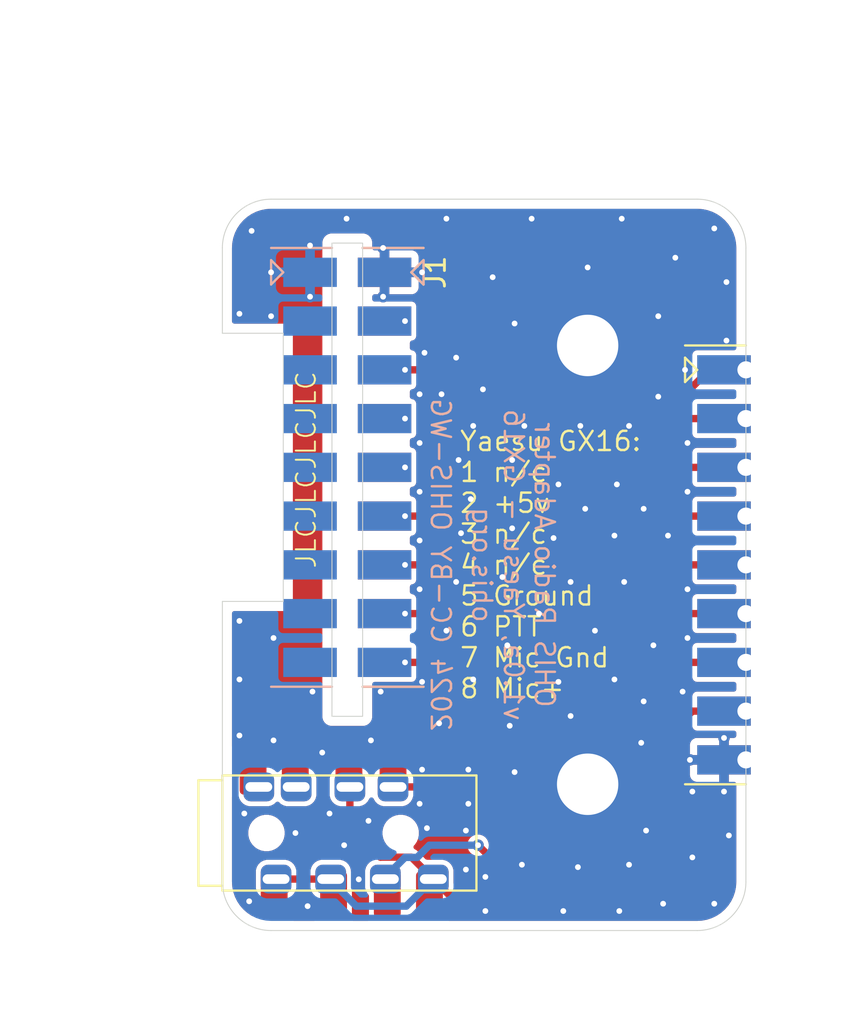
<source format=kicad_pcb>
(kicad_pcb (version 20240108) (generator "pcbnew") (generator_version "8.0")
  (layers (0 "F.Cu" signal) (31 "B.Cu" signal) (34 "B.Paste" user) (35 "F.Paste" user) (36 "B.SilkS" user "B.Silkscreen") (37 "F.SilkS" user "F.Silkscreen") (38 "B.Mask" user) (39 "F.Mask" user) (44 "Edge.Cuts" user))
  (net 0 "")
  (net 1 "Shield")
  (net 2 "Fast")
  (net 3 "Mic Gnd")
  (net 4 "~{PTT}")
  (net 5 "Power Gnd")
  (net 7 "Up")
  (net 8 "+8v 10mA")
  (net 10 "Down")
  (net 11 "Mic+")
  (net 14 "HP Right")
  (net 15 "HP Left")
  (net 16 "HP Gnd")
  (footprint "Libraries:Conn_B2B-RA_2.54mm_Castelated_9pin_RtoL" (layer "F.Cu") (at 90.805 78.74 90)
    (property "Reference" "J2" (hide yes))
    (property "Value" "Base Board")
    (fp_line (start 10.795 -3.175) (end 9.525 -3.175) (stroke (width 0.12)) (layer "F.SilkS"))
    (fp_line (start 9.525 -3.175) (end 10.16 -2.54) (stroke (width 0.12)) (layer "F.SilkS"))
    (fp_line (start 10.16 -2.54) (end 10.795 -3.175) (stroke (width 0.12)) (layer "F.SilkS"))
    (fp_line (start 11.43 0) (end 11.43 -3.175) (stroke (width 0.12)) (layer "F.SilkS"))
    (fp_line (start -11.43 0) (end -11.43 -3.175) (stroke (width 0.12)) (layer "F.SilkS"))
    (pad "1" thru_hole rect (at 10.16 0 90) (size 1.524 2.794) (drill 0.889 (offset 0 -1.143)) (layers "*.Cu" "*.Mask") (net 8 "+8v 10mA"))
    (pad "2" thru_hole rect (at 7.62 0 90) (size 1.524 2.794) (drill 0.889 (offset 0 -1.143)) (layers "*.Cu" "*.Mask") (net 5 "Power Gnd"))
    (pad "3" thru_hole rect (at 5.08 0 90) (size 1.524 2.794) (drill 0.889 (offset 0 -1.143)) (layers "*.Cu" "*.Mask") (net 4 "~{PTT}"))
    (pad "4" thru_hole rect (at 2.54 0 90) (size 1.524 2.794) (drill 0.889 (offset 0 -1.143)) (layers "*.Cu" "*.Mask") (net 3 "Mic Gnd"))
    (pad "5" thru_hole rect (at 0 0 90) (size 1.524 2.794) (drill 0.889 (offset 0 -1.143)) (layers "*.Cu" "*.Mask") (net 11 "Mic+"))
    (pad "6" thru_hole rect (at -2.54 0 90) (size 1.524 2.794) (drill 0.889 (offset 0 -1.143)) (layers "*.Cu" "*.Mask") (net 15 "HP Left"))
    (pad "7" thru_hole rect (at -5.08 0 90) (size 1.524 2.794) (drill 0.889 (offset 0 -1.143)) (layers "*.Cu" "*.Mask") (net 14 "HP Right"))
    (pad "8" thru_hole rect (at -7.62 0 90) (size 1.524 2.794) (drill 0.889 (offset 0 -1.143)) (layers "*.Cu" "*.Mask") (net 16 "HP Gnd"))
    (pad "9" thru_hole rect (at -10.16 0 90) (size 1.524 2.794) (drill 0.889 (offset 0 -1.143)) (layers "*.Cu" "*.Mask") (net 1 "Shield"))
  )
  (footprint "MountingHole:MountingHole_3.2mm_M3_Pad" (layer "F.Cu") (at 82.55 90.17)
    (property "Reference" "H2" (hide yes))
    (property "Value" "MountingHole_Pad")
    (pad "1" thru_hole circle (at 0 0) (size 6.4 6.4) (drill 3.2) (layers "*.Cu" "*.Mask") (net 1 "Shield"))
  )
  (footprint "Libraries:Conn_B2B-RA_2.54mm_9pin_LtoR" (layer "F.Cu") (at 70.815 73.66 -90)
    (property "Reference" "J4" (hide yes))
    (property "Value" "Icom GX16 Board")
    (fp_line (start -11.43 0) (end -11.43 -3.175) (stroke (width 0.12)) (layer "F.SilkS"))
    (fp_line (start 11.43 0) (end 11.43 -3.175) (stroke (width 0.12)) (layer "F.SilkS"))
    (fp_line (start -10.16 -2.54) (end -9.525 -3.175) (stroke (width 0.12)) (layer "F.SilkS"))
    (fp_line (start -10.795 -3.175) (end -10.16 -2.54) (stroke (width 0.12)) (layer "F.SilkS"))
    (fp_line (start -9.525 -3.175) (end -10.795 -3.175) (stroke (width 0.12)) (layer "F.SilkS"))
    (pad "1" smd rect (at -10.16 -1.143 270) (size 1.524 2.794) (layers "F.Cu" "F.Paste" "F.Mask") (net 1 "Shield"))
    (pad "2" smd rect (at -7.62 -1.143 270) (size 1.524 2.794) (layers "F.Cu" "F.Paste" "F.Mask") (net 7 "Up"))
    (pad "3" smd rect (at -5.08 -1.143 270) (size 1.524 2.794) (layers "F.Cu" "F.Paste" "F.Mask") (net 8 "+8v 10mA"))
    (pad "4" smd rect (at -2.54 -1.143 270) (size 1.524 2.794) (layers "F.Cu" "F.Paste" "F.Mask") (net 10 "Down"))
    (pad "5" smd rect (at 0 -1.143 270) (size 1.524 2.794) (layers "F.Cu" "F.Paste" "F.Mask") (net 2 "Fast"))
    (pad "6" smd rect (at 2.54 -1.143 270) (size 1.524 2.794) (layers "F.Cu" "F.Paste" "F.Mask") (net 5 "Power Gnd"))
    (pad "7" smd rect (at 5.08 -1.143 270) (size 1.524 2.794) (layers "F.Cu" "F.Paste" "F.Mask") (net 4 "~{PTT}"))
    (pad "8" smd rect (at 7.62 -1.143 270) (size 1.524 2.794) (layers "F.Cu" "F.Paste" "F.Mask") (net 3 "Mic Gnd"))
    (pad "9" smd rect (at 10.16 -1.143 270) (size 1.524 2.794) (layers "F.Cu" "F.Paste" "F.Mask") (net 11 "Mic+"))
  )
  (footprint "MountingHole:MountingHole_3.2mm_M3_Pad" (layer "F.Cu") (at 82.55 67.31)
    (property "Reference" "H1" (hide yes))
    (property "Value" "MountingHole_Pad")
    (pad "1" thru_hole circle (at 0 0) (size 6.4 6.4) (drill 3.2) (layers "*.Cu" "*.Mask") (net 1 "Shield"))
  )
  (footprint "Libraries:Conn_3.5mm-PJ-393_SMT-C668609_TH-C145811" (layer "F.Cu") (at 63.5 92.71 -90)
    (property "Reference" "J3" (hide yes))
    (property "Value" "Headphone/Speaker Input")
    (fp_line (start -2.75 1.25) (end 2.75 1.25) (stroke (width 0.12)) (layer "F.SilkS"))
    (fp_line (start 2.75 1.25) (end 2.75 0) (stroke (width 0.12)) (layer "F.SilkS"))
    (fp_line (start -3 0) (end 3 0) (stroke (width 0.12)) (layer "F.SilkS"))
    (fp_line (start -2.75 0) (end -2.75 1.25) (stroke (width 0.12)) (layer "F.SilkS"))
    (fp_line (start 3 0) (end 3 -13.25) (stroke (width 0.12)) (layer "F.SilkS"))
    (fp_line (start -3 -13.25) (end -3 0) (stroke (width 0.12)) (layer "F.SilkS"))
    (fp_line (start 3 -13.25) (end -3 -13.25) (stroke (width 0.12)) (layer "F.SilkS"))
    (pad "" np_thru_hole circle (at 0 -9.3 270) (size 1.2 1.2) (drill 1.4) (layers "F&B.Cu" "*.Mask"))
    (pad "" np_thru_hole circle (at 0 -2.3 270) (size 1.2 1.2) (drill 1.4) (layers "F&B.Cu" "*.Mask"))
    (pad "R1" thru_hole roundrect (at 2.4 -8.5 270) (size 1.5 1.6) (drill oval 0.5 1.4) (layers "*.Cu" "*.Mask") (net 14 "HP Right"))
    (pad "R1" smd roundrect (at 3.2 -8.6 270) (size 2.4 1.4) (layers "F.Cu" "F.Paste" "F.Mask") (roundrect_rratio 0.15) (net 14 "HP Right"))
    (pad "R1N" smd roundrect (at -3.2 -6.6 270) (size 2.4 1.4) (layers "F.Cu" "F.Paste" "F.Mask") (roundrect_rratio 0.15) (net 16 "HP Gnd"))
    (pad "R1N" thru_hole roundrect (at -2.4 -6.65 270) (size 1.5 1.6) (drill oval 0.5 1.4) (layers "*.Cu" "*.Mask") (net 16 "HP Gnd"))
    (pad "R2" thru_hole roundrect (at 2.4 -5.65 270) (size 1.5 1.6) (drill oval 0.5 1.4) (layers "*.Cu" "*.Mask") (net 16 "HP Gnd"))
    (pad "R2" smd roundrect (at 3.2 -5.8 270) (size 2.4 1.4) (layers "F.Cu" "F.Paste" "F.Mask") (roundrect_rratio 0.15) (net 16 "HP Gnd"))
    (pad "R2N" smd roundrect (at -3.2 -3.8 270) (size 2.4 1.4) (layers "F.Cu" "F.Paste" "F.Mask") (roundrect_rratio 0.15))
    (pad "R2N" thru_hole roundrect (at -2.4 -3.85 270) (size 1.5 1.6) (drill oval 0.5 1.4) (layers "*.Cu" "*.Mask"))
    (pad "S" thru_hole roundrect (at 2.4 -2.8 270) (size 1.5 1.6) (drill oval 0.5 1.4) (layers "*.Cu" "*.Mask") (net 16 "HP Gnd"))
    (pad "S" smd roundrect (at 3.2 -2.7 270) (size 2.4 1.4) (layers "F.Cu" "F.Paste" "F.Mask") (roundrect_rratio 0.15) (net 16 "HP Gnd"))
    (pad "SN" smd roundrect (at -3.2 -1.6 270) (size 2.4 1.4) (layers "F.Cu" "F.Paste" "F.Mask") (roundrect_rratio 0.15))
    (pad "SN" thru_hole roundrect (at -2.4 -1.9 270) (size 1.5 1.6) (drill oval 0.5 1.4) (layers "*.Cu" "*.Mask"))
    (pad "T" smd roundrect (at -3.2 -8.9 270) (size 2.4 1.4) (layers "F.Cu" "F.Paste" "F.Mask") (roundrect_rratio 0.15) (net 15 "HP Left"))
    (pad "T" thru_hole roundrect (at -2.4 -8.9 270) (size 1.5 1.6) (drill oval 0.5 1.4) (layers "*.Cu" "*.Mask") (net 15 "HP Left"))
    (pad "TN" thru_hole roundrect (at 2.4 -11 270) (size 1.5 1.6) (drill oval 0.5 1.4) (layers "*.Cu" "*.Mask") (net 16 "HP Gnd"))
    (pad "TN" smd roundrect (at 3.2 -10.8 270) (size 2.4 1.4) (layers "F.Cu" "F.Paste" "F.Mask") (roundrect_rratio 0.15) (net 16 "HP Gnd"))
  )
  (footprint "Libraries:Conn_B2B-RA_2.54mm_9pin_RtoL" (layer "B.Cu") (at 70.815 73.66 90)
    (property "Reference" "J1" (at 10.16 3.81 90) (layer "F.SilkS"))
    (property "Value" "Icom GX16 Board")
    (fp_line (start 10.16 2.54) (end 9.525 3.175) (stroke (width 0.12)) (layer "B.SilkS"))
    (fp_line (start 11.43 3.175) (end 11.43 0) (stroke (width 0.12)) (layer "B.SilkS"))
    (fp_line (start 10.795 3.175) (end 10.16 2.54) (stroke (width 0.12)) (layer "B.SilkS"))
    (fp_line (start 9.525 3.175) (end 10.795 3.175) (stroke (width 0.12)) (layer "B.SilkS"))
    (fp_line (start -11.43 3.175) (end -11.43 0) (stroke (width 0.12)) (layer "B.SilkS"))
    (pad "1" smd rect (at 10.16 1.143 90) (size 1.524 2.794) (layers "B.Cu" "B.Paste" "B.Mask") (net 1 "Shield"))
    (pad "2" smd rect (at 7.62 1.143 90) (size 1.524 2.794) (layers "B.Cu" "B.Paste" "B.Mask") (net 7 "Up"))
    (pad "3" smd rect (at 5.08 1.143 90) (size 1.524 2.794) (layers "B.Cu" "B.Paste" "B.Mask") (net 8 "+8v 10mA"))
    (pad "4" smd rect (at 2.54 1.143 90) (size 1.524 2.794) (layers "B.Cu" "B.Paste" "B.Mask") (net 10 "Down"))
    (pad "5" smd rect (at 0 1.143 90) (size 1.524 2.794) (layers "B.Cu" "B.Paste" "B.Mask") (net 2 "Fast"))
    (pad "6" smd rect (at -2.54 1.143 90) (size 1.524 2.794) (layers "B.Cu" "B.Paste" "B.Mask") (net 5 "Power Gnd"))
    (pad "7" smd rect (at -5.08 1.143 90) (size 1.524 2.794) (layers "B.Cu" "B.Paste" "B.Mask") (net 4 "~{PTT}"))
    (pad "8" smd rect (at -7.62 1.143 90) (size 1.524 2.794) (layers "B.Cu" "B.Paste" "B.Mask") (net 3 "Mic Gnd"))
    (pad "9" smd rect (at -10.16 1.143 90) (size 1.524 2.794) (layers "B.Cu" "B.Paste" "B.Mask") (net 11 "Mic+"))
  )
  (footprint "Libraries:Conn_B2B-RA_2.54mm_9pin_LtoR" (layer "B.Cu") (at 69.215 73.66 -90)
    (property "Reference" "J5" (hide yes))
    (property "Value" "Icom GX16 Board")
    (fp_line (start -11.43 3.175) (end -11.43 0) (stroke (width 0.12)) (layer "B.SilkS"))
    (fp_line (start -10.795 3.175) (end -9.525 3.175) (stroke (width 0.12)) (layer "B.SilkS"))
    (fp_line (start -9.525 3.175) (end -10.16 2.54) (stroke (width 0.12)) (layer "B.SilkS"))
    (fp_line (start 11.43 3.175) (end 11.43 0) (stroke (width 0.12)) (layer "B.SilkS"))
    (fp_line (start -10.16 2.54) (end -10.795 3.175) (stroke (width 0.12)) (layer "B.SilkS"))
    (pad "1" smd rect (at -10.16 1.143 270) (size 1.524 2.794) (layers "B.Cu" "B.Paste" "B.Mask") (net 1 "Shield"))
    (pad "2" smd rect (at -7.62 1.143 270) (size 1.524 2.794) (layers "B.Cu" "B.Paste" "B.Mask"))
    (pad "3" smd rect (at -5.08 1.143 270) (size 1.524 2.794) (layers "B.Cu" "B.Paste" "B.Mask"))
    (pad "4" smd rect (at -2.54 1.143 270) (size 1.524 2.794) (layers "B.Cu" "B.Paste" "B.Mask"))
    (pad "5" smd rect (at 0 1.143 270) (size 1.524 2.794) (layers "B.Cu" "B.Paste" "B.Mask"))
    (pad "6" smd rect (at 2.54 1.143 270) (size 1.524 2.794) (layers "B.Cu" "B.Paste" "B.Mask"))
    (pad "7" smd rect (at 5.08 1.143 270) (size 1.524 2.794) (layers "B.Cu" "B.Paste" "B.Mask"))
    (pad "8" smd rect (at 7.62 1.143 270) (size 1.524 2.794) (layers "B.Cu" "B.Paste" "B.Mask"))
    (pad "9" smd rect (at 10.16 1.143 270) (size 1.524 2.794) (layers "B.Cu" "B.Paste" "B.Mask"))
  )
  (gr_arc (start 63.5 62.23) (mid 64.243949 60.433949) (end 66.04 59.69) (stroke (width 0.05)) (layer "Edge.Cuts"))
  (gr_line (start 63.5 80.645) (end 66.675 80.645) (stroke (width 0.05)) (layer "Edge.Cuts"))
  (gr_line (start 90.805 62.23) (end 90.805 95.25) (stroke (width 0.05)) (layer "Edge.Cuts"))
  (gr_line (start 66.675 66.675) (end 66.675 80.645) (stroke (width 0.05)) (layer "Edge.Cuts"))
  (gr_rect (start 69.215 61.976) (end 70.815 86.63) (stroke (width 0.05)) (fill none) (layer "Edge.Cuts"))
  (gr_arc (start 88.265 59.69) (mid 90.061051 60.433949) (end 90.805 62.23) (stroke (width 0.05)) (layer "Edge.Cuts"))
  (gr_line (start 66.675 66.675) (end 63.5 66.675) (stroke (width 0.05)) (layer "Edge.Cuts"))
  (gr_line (start 63.5 80.645) (end 63.5 95.25) (stroke (width 0.05)) (layer "Edge.Cuts"))
  (gr_line (start 66.04 59.69) (end 88.265 59.69) (stroke (width 0.05)) (layer "Edge.Cuts"))
  (gr_arc (start 66.04 97.79) (mid 64.243949 97.046051) (end 63.5 95.25) (stroke (width 0.05)) (layer "Edge.Cuts"))
  (gr_line (start 63.5 62.23) (end 63.5 66.675) (stroke (width 0.05)) (layer "Edge.Cuts"))
  (gr_arc (start 90.805 95.25) (mid 90.061051 97.046051) (end 88.265 97.79) (stroke (width 0.05)) (layer "Edge.Cuts"))
  (gr_line (start 88.265 97.79) (end 66.04 97.79) (stroke (width 0.05)) (layer "Edge.Cuts"))
  (gr_text "ohis.org" (at 76.454 78.74 270) (layer "B.SilkS") (effects (font (size 1 1) (thickness 0.127)) (justify bottom mirror)))
  (gr_text "OHIS Radio Adapter\nv1.0a, Yaesu - GX16\n" (at 78.105 78.74 270) (layer "B.SilkS") (effects (font (size 1 1) (thickness 0.127)) (justify bottom mirror)))
  (gr_text "2024 CC-BY OHIS-WG" (at 74.295 78.74 270) (layer "B.SilkS") (effects (font (size 1 1) (thickness 0.127)) (justify bottom mirror)))
  (gr_text "JLCJLCJLCJLC" (at 68.453 73.787 -270) (layer "F.SilkS") (effects (font (size 1 1) (thickness 0.1)) (justify bottom)))
  (gr_text "Yaesu GX16:\n1 n/c\n2 +5v\n3 n/c\n4 n/c\n5 Ground\n6 PTT\n7 Mic Gnd\n8 Mic+" (at 75.819 78.74 0) (layer "F.SilkS") (effects (font (size 1 1) (thickness 0.127)) (justify left)))
  (via (at 85.471 75.819) (size 0.6) (drill 0.3) (layers "F.Cu" "B.Cu") (net 1))
  (via (at 77.597 63.754) (size 0.6) (drill 0.3) (layers "F.Cu" "B.Cu") (net 1))
  (via (at 71.882 62.23) (size 0.6) (drill 0.3) (layers "F.Cu" "B.Cu") (net 1))
  (via (at 77.216 94.996) (size 0.6) (drill 0.3) (layers "F.Cu" "B.Cu") (net 1))
  (via (at 87.757 74.93) (size 0.6) (drill 0.3) (layers "F.Cu" "B.Cu") (net 1))
  (via (at 89.662 90.551) (size 0.6) (drill 0.3) (layers "F.Cu" "B.Cu") (net 1))
  (via (at 88.011 93.98) (size 0.6) (drill 0.3) (layers "F.Cu" "B.Cu") (net 1))
  (via (at 66.167 87.884) (size 0.6) (drill 0.3) (layers "F.Cu" "B.Cu") (net 1))
  (via (at 67.945 96.52) (size 0.6) (drill 0.3) (layers "F.Cu" "B.Cu") (net 1))
  (via (at 89.916 92.837) (size 0.6) (drill 0.3) (layers "F.Cu" "B.Cu") (net 1))
  (via (at 76.2 92.583) (size 0.6) (drill 0.3) (layers "F.Cu" "B.Cu") (net 1))
  (via (at 70.612 95.123) (size 0.6) (drill 0.3) (layers "F.Cu" "B.Cu") (net 1))
  (via (at 78.359 82.931) (size 0.6) (drill 0.3) (layers "F.Cu" "B.Cu") (net 1))
  (via (at 78.613 76.835) (size 0.6) (drill 0.3) (layers "F.Cu" "B.Cu") (net 1))
  (via (at 71.12 92.075) (size 0.6) (drill 0.3) (layers "F.Cu" "B.Cu") (net 1))
  (via (at 89.154 96.393) (size 0.6) (drill 0.3) (layers "F.Cu" "B.Cu") (net 1))
  (via (at 67.31 92.71) (size 0.6) (drill 0.3) (layers "F.Cu" "B.Cu") (net 1))
  (via (at 64.389 87.63) (size 0.6) (drill 0.3) (layers "F.Cu" "B.Cu") (net 1))
  (via (at 79.629 60.706) (size 0.6) (drill 0.3) (layers "F.Cu" "B.Cu") (net 1))
  (via (at 84.709 94.361) (size 0.6) (drill 0.3) (layers "F.Cu" "B.Cu") (net 1))
  (via (at 82.55 63.246) (size 0.6) (drill 0.3) (layers "F.Cu" "B.Cu") (net 1))
  (via (at 73.914 63.5) (size 0.6) (drill 0.3) (layers "F.Cu" "B.Cu") (net 1))
  (via (at 76.454 75.311) (size 0.6) (drill 0.3) (layers "F.Cu" "B.Cu") (net 1))
  (via (at 73.914 84.836) (size 0.6) (drill 0.3) (layers "F.Cu" "B.Cu") (net 1))
  (via (at 85.598 92.583) (size 0.6) (drill 0.3) (layers "F.Cu" "B.Cu") (net 1))
  (via (at 68.072 62.103) (size 0.6) (drill 0.3) (layers "F.Cu" "B.Cu") (net 1))
  (via (at 76.2 94.615) (size 0.6) (drill 0.3) (layers "F.Cu" "B.Cu") (net 1))
  (via (at 74.041 67.691) (size 0.6) (drill 0.3) (layers "F.Cu" "B.Cu") (net 1))
  (via (at 75.692 67.945) (size 0.6) (drill 0.3) (layers "F.Cu" "B.Cu") (net 1))
  (via (at 89.789 67.056) (size 0.6) (drill 0.3) (layers "F.Cu" "B.Cu") (net 1))
  (via (at 74.168 92.456) (size 0.6) (drill 0.3) (layers "F.Cu" "B.Cu") (net 1))
  (via (at 64.897 96.266) (size 0.6) (drill 0.3) (layers "F.Cu" "B.Cu") (net 1))
  (via (at 66.167 82.55) (size 0.6) (drill 0.3) (layers "F.Cu" "B.Cu") (net 1))
  (via (at 73.787 80.01) (size 0.6) (drill 0.3) (layers "F.Cu" "B.Cu") (net 1))
  (via (at 73.787 72.39) (size 0.6) (drill 0.3) (layers "F.Cu" "B.Cu") (net 1))
  (via (at 71.882 64.77) (size 0.6) (drill 0.3) (layers "F.Cu" "B.Cu") (net 1))
  (via (at 76.581 84.709) (size 0.6) (drill 0.3) (layers "F.Cu" "B.Cu") (net 1))
  (via (at 87.757 82.55) (size 0.6) (drill 0.3) (layers "F.Cu" "B.Cu") (net 1))
  (via (at 73.787 77.47) (size 0.6) (drill 0.3) (layers "F.Cu" "B.Cu") (net 1))
  (via (at 81.661 86.614) (size 0.6) (drill 0.3) (layers "F.Cu" "B.Cu") (net 1))
  (via (at 75.946 77.089) (size 0.6) (drill 0.3) (layers "F.Cu" "B.Cu") (net 1))
  (via (at 64.643 91.694) (size 0.6) (drill 0.3) (layers "F.Cu" "B.Cu") (net 1))
  (via (at 81.661 79.629) (size 0.6) (drill 0.3) (layers "F.Cu" "B.Cu") (net 1))
  (via (at 84.709 71.501) (size 0.6) (drill 0.3) (layers "F.Cu" "B.Cu") (net 1))
  (via (at 68.199 85.344) (size 0.6) (drill 0.3) (layers "F.Cu" "B.Cu") (net 1))
  (via (at 87.757 72.39) (size 0.6) (drill 0.3) (layers "F.Cu" "B.Cu") (net 1))
  (via (at 89.154 61.214) (size 0.6) (drill 0.3) (layers "F.Cu" "B.Cu") (net 1))
  (via (at 84.201 96.774) (size 0.6) (drill 0.3) (layers "F.Cu" "B.Cu") (net 1))
  (via (at 78.486 87.122) (size 0.6) (drill 0.3) (layers "F.Cu" "B.Cu") (net 1))
  (via (at 85.344 88.011) (size 0.6) (drill 0.3) (layers "F.Cu" "B.Cu") (net 1))
  (via (at 75.184 82.169) (size 0.6) (drill 0.3) (layers "F.Cu" "B.Cu") (net 1))
  (via (at 82.423 75.819) (size 0.6) (drill 0.3) (layers "F.Cu" "B.Cu") (net 1))
  (via (at 81.28 96.774) (size 0.6) (drill 0.3) (layers "F.Cu" "B.Cu") (net 1))
  (via (at 75.819 73.279) (size 0.6) (drill 0.3) (layers "F.Cu" "B.Cu") (net 1))
  (via (at 86.741 77.216) (size 0.6) (drill 0.3) (layers "F.Cu" "B.Cu") (net 1))
  (via (at 87.884 88.9) (size 0.6) (drill 0.3) (layers "F.Cu" "B.Cu") (net 1))
  (via (at 64.389 84.709) (size 0.6) (drill 0.3) (layers "F.Cu" "B.Cu") (net 1))
  (via (at 79.121 94.361) (size 0.6) (drill 0.3) (layers "F.Cu" "B.Cu") (net 1))
  (via (at 74.93 69.85) (size 0.6) (drill 0.3) (layers "F.Cu" "B.Cu") (net 1))
  (via (at 79.248 71.501) (size 0.6) (drill 0.3) (layers "F.Cu" "B.Cu") (net 1))
  (via (at 81.026 74.549) (size 0.6) (drill 0.3) (layers "F.Cu" "B.Cu") (net 1))
  (via (at 87.757 80.01) (size 0.6) (drill 0.3) (layers "F.Cu" "B.Cu") (net 1))
  (via (at 64.389 65.659) (size 0.6) (drill 0.3) (layers "F.Cu" "B.Cu") (net 1))
  (via (at 77.089 69.596) (size 0.6) (drill 0.3) (layers "F.Cu" "B.Cu") (net 1))
  (via (at 78.74 66.167) (size 0.6) (drill 0.3) (layers "F.Cu" "B.Cu") (net 1))
  (via (at 84.455 79.629) (size 0.6) (drill 0.3) (layers "F.Cu" "B.Cu") (net 1))
  (via (at 81.026 84.836) (size 0.6) (drill 0.3) (layers "F.Cu" "B.Cu") (net 1))
  (via (at 76.581 71.501) (size 0.6) (drill 0.3) (layers "F.Cu" "B.Cu") (net 1))
  (via (at 73.787 74.93) (size 0.6) (drill 0.3) (layers "F.Cu" "B.Cu") (net 1))
  (via (at 73.787 69.85) (size 0.6) (drill 0.3) (layers "F.Cu" "B.Cu") (net 1))
  (via (at 74.803 86.995) (size 0.6) (drill 0.3) (layers "F.Cu" "B.Cu") (net 1))
  (via (at 85.471 85.852) (size 0.6) (drill 0.3) (layers "F.Cu" "B.Cu") (net 1))
  (via (at 73.914 89.408) (size 0.6) (drill 0.3) (layers "F.Cu" "B.Cu") (net 1))
  (via (at 75.692 79.629) (size 0.6) (drill 0.3) (layers "F.Cu" "B.Cu") (net 1))
  (via (at 84.328 60.706) (size 0.6) (drill 0.3) (layers "F.Cu" "B.Cu") (net 1))
  (via (at 64.389 81.661) (size 0.6) (drill 0.3) (layers "F.Cu" "B.Cu") (net 1))
  (via (at 65.024 61.341) (size 0.6) (drill 0.3) (layers "F.Cu" "B.Cu") (net 1))
  (via (at 85.979 82.931) (size 0.6) (drill 0.3) (layers "F.Cu" "B.Cu") (net 1))
  (via (at 80.01 81.28) (size 0.6) (drill 0.3) (layers "F.Cu" "B.Cu") (net 1))
  (via (at 82.931 82.169) (size 0.6) (drill 0.3) (layers "F.Cu" "B.Cu") (net 1))
  (via (at 87.63 68.58) (size 0.6) (drill 0.3) (layers "F.Cu" "B.Cu") (net 1))
  (via (at 84.074 74.549) (size 0.6) (drill 0.3) (layers "F.Cu" "B.Cu") (net 1))
  (via (at 71.755 85.344) (size 0.6) (drill 0.3) (layers "F.Cu" "B.Cu") (net 1))
  (via (at 82.042 94.488) (size 0.6) (drill 0.3) (layers "F.Cu" "B.Cu") (net 1))
  (via (at 77.216 96.774) (size 0.6) (drill 0.3) (layers "F.Cu" "B.Cu") (net 1))
  (via (at 89.662 87.757) (size 0.6) (drill 0.3) (layers "F.Cu" "B.Cu") (net 1))
  (via (at 73.787 91.186) (size 0.6) (drill 0.3) (layers "F.Cu" "B.Cu") (net 1))
  (via (at 69.85 93.345) (size 0.6) (drill 0.3) (layers "F.Cu" "B.Cu") (net 1))
  (via (at 87.503 85.344) (size 0.6) (drill 0.3) (layers "F.Cu" "B.Cu") (net 1))
  (via (at 78.74 89.535) (size 0.6) (drill 0.3) (layers "F.Cu" "B.Cu") (net 1))
  (via (at 69.977 60.706) (size 0.6) (drill 0.3) (layers "F.Cu" "B.Cu") (net 1))
  (via (at 82.169 71.501) (size 0.6) (drill 0.3) (layers "F.Cu" "B.Cu") (net 1))
  (via (at 87.122 62.738) (size 0.6) (drill 0.3) (layers "F.Cu" "B.Cu") (net 1))
  (via (at 88.011 90.551) (size 0.6) (drill 0.3) (layers "F.Cu" "B.Cu") (net 1))
  (via (at 68.707 88.519) (size 0.6) (drill 0.3) (layers "F.Cu" "B.Cu") (net 1))
  (via (at 66.04 63.5) (size 0.6) (drill 0.3) (layers "F.Cu" "B.Cu") (net 1))
  (via (at 86.233 69.977) (size 0.6) (drill 0.3) (layers "F.Cu" "B.Cu") (net 1))
  (via (at 68.072 64.77) (size 0.6) (drill 0.3) (layers "F.Cu" "B.Cu") (net 1))
  (via (at 80.772 77.343) (size 0.6) (drill 0.3) (layers "F.Cu" "B.Cu") (net 1))
  (via (at 78.613 73.279) (size 0.6) (drill 0.3) (layers "F.Cu" "B.Cu") (net 1))
  (via (at 75.184 60.706) (size 0.6) (drill 0.3) (layers "F.Cu" "B.Cu") (net 1))
  (via (at 89.789 64.008) (size 0.6) (drill 0.3) (layers "F.Cu" "B.Cu") (net 1))
  (via (at 86.233 65.786) (size 0.6) (drill 0.3) (layers "F.Cu" "B.Cu") (net 1))
  (via (at 83.947 84.709) (size 0.6) (drill 0.3) (layers "F.Cu" "B.Cu") (net 1))
  (via (at 76.327 91.186) (size 0.6) (drill 0.3) (layers "F.Cu" "B.Cu") (net 1))
  (via (at 69.088 91.694) (size 0.6) (drill 0.3) (layers "F.Cu" "B.Cu") (net 1))
  (via (at 76.327 89.408) (size 0.6) (drill 0.3) (layers "F.Cu" "B.Cu") (net 1))
  (via (at 83.947 77.216) (size 0.6) (drill 0.3) (layers "F.Cu" "B.Cu") (net 1))
  (via (at 86.487 96.393) (size 0.6) (drill 0.3) (layers "F.Cu" "B.Cu") (net 1))
  (via (at 71.247 87.884) (size 0.6) (drill 0.3) (layers "F.Cu" "B.Cu") (net 1))
  (via (at 66.04 65.786) (size 0.6) (drill 0.3) (layers "F.Cu" "B.Cu") (net 1))
  (via (at 78.105 79.375) (size 0.6) (drill 0.3) (layers "F.Cu" "B.Cu") (net 1))
  (via (at 73.025 73.66) (size 0.6) (drill 0.3) (layers "F.Cu" "B.Cu") (net 2))
  (segment (start 73.025 81.28) (end 74.295 81.28) (width 0.381) (layer "F.Cu") (net 3))
  (segment (start 75.565 83.185) (end 80.645 78.105) (width 0.381) (layer "F.Cu") (net 3))
  (segment (start 87.63 76.2) (end 90.1145 76.2) (width 0.381) (layer "F.Cu") (net 3))
  (segment (start 74.295 83.185) (end 75.565 83.185) (width 0.381) (layer "F.Cu") (net 3))
  (segment (start 80.645 78.105) (end 87.63 78.105) (width 0.381) (layer "F.Cu") (net 3))
  (segment (start 74.295 81.28) (end 74.295 83.185) (width 0.381) (layer "F.Cu") (net 3))
  (segment (start 71.958 81.28) (end 73.025 81.28) (width 0.381) (layer "F.Cu") (net 3))
  (segment (start 87.63 78.105) (end 87.63 76.2) (width 0.381) (layer "F.Cu") (net 3))
  (via (at 73.025 81.28) (size 0.6) (drill 0.3) (layers "F.Cu" "B.Cu") (net 3))
  (segment (start 80.645 73.66) (end 90.1145 73.66) (width 0.381) (layer "F.Cu") (net 4))
  (segment (start 73.025 78.74) (end 75.565 78.74) (width 0.381) (layer "F.Cu") (net 4))
  (segment (start 75.565 78.74) (end 80.645 73.66) (width 0.381) (layer "F.Cu") (net 4))
  (segment (start 71.958 78.74) (end 73.025 78.74) (width 0.381) (layer "F.Cu") (net 4))
  (via (at 73.025 78.74) (size 0.6) (drill 0.3) (layers "F.Cu" "B.Cu") (net 4))
  (segment (start 80.01 73.025) (end 85.725 73.025) (width 0.381) (layer "F.Cu") (net 5))
  (segment (start 73.025 76.2) (end 76.835 76.2) (width 0.381) (layer "F.Cu") (net 5))
  (segment (start 87.63 71.12) (end 90.1145 71.12) (width 0.381) (layer "F.Cu") (net 5))
  (segment (start 71.958 76.2) (end 73.025 76.2) (width 0.381) (layer "F.Cu") (net 5))
  (segment (start 76.835 76.2) (end 80.01 73.025) (width 0.381) (layer "F.Cu") (net 5))
  (segment (start 85.725 73.025) (end 87.63 71.12) (width 0.381) (layer "F.Cu") (net 5))
  (via (at 73.025 76.2) (size 0.6) (drill 0.3) (layers "F.Cu" "B.Cu") (net 5))
  (via (at 73.025 66.04) (size 0.6) (drill 0.3) (layers "F.Cu" "B.Cu") (net 7))
  (segment (start 85.09 72.39) (end 88.9 68.58) (width 0.381) (layer "F.Cu") (net 8))
  (segment (start 71.958 68.58) (end 73.025 68.58) (width 0.381) (layer "F.Cu") (net 8))
  (segment (start 73.025 68.58) (end 74.93 68.58) (width 0.381) (layer "F.Cu") (net 8))
  (segment (start 74.93 68.58) (end 78.74 72.39) (width 0.381) (layer "F.Cu") (net 8))
  (segment (start 78.74 72.39) (end 85.09 72.39) (width 0.381) (layer "F.Cu") (net 8))
  (segment (start 88.9 68.58) (end 90.1145 68.58) (width 0.381) (layer "F.Cu") (net 8))
  (via (at 73.025 68.58) (size 0.6) (drill 0.3) (layers "F.Cu" "B.Cu") (net 8))
  (via (at 73.025 71.12) (size 0.6) (drill 0.3) (layers "F.Cu" "B.Cu") (net 10))
  (segment (start 73.025 83.82) (end 76.2 83.82) (width 0.381) (layer "F.Cu") (net 11))
  (segment (start 76.2 83.82) (end 81.28 78.74) (width 0.381) (layer "F.Cu") (net 11))
  (segment (start 81.28 78.74) (end 90.1145 78.74) (width 0.381) (layer "F.Cu") (net 11))
  (segment (start 71.958 83.82) (end 73.025 83.82) (width 0.381) (layer "F.Cu") (net 11))
  (via (at 73.025 83.82) (size 0.6) (drill 0.3) (layers "F.Cu" "B.Cu") (net 11))
  (segment (start 78.74 95.25) (end 85.09 95.25) (width 0.381) (layer "F.Cu") (net 14))
  (segment (start 76.835 93.345) (end 78.74 95.25) (width 0.381) (layer "F.Cu") (net 14))
  (segment (start 86.36 93.98) (end 86.36 85.09) (width 0.381) (layer "F.Cu") (net 14))
  (segment (start 87.63 83.82) (end 90.1145 83.82) (width 0.381) (layer "F.Cu") (net 14))
  (segment (start 85.09 95.25) (end 86.36 93.98) (width 0.381) (layer "F.Cu") (net 14))
  (segment (start 86.36 85.09) (end 87.63 83.82) (width 0.381) (layer "F.Cu") (net 14))
  (via (at 76.835 93.345) (size 0.6) (drill 0.3) (layers "F.Cu" "B.Cu") (net 14))
  (segment (start 73.025 93.98) (end 72 95.005) (width 0.381) (layer "B.Cu") (net 14))
  (segment (start 72 95.005) (end 72 95.11) (width 0.381) (layer "B.Cu") (net 14))
  (segment (start 73.66 93.98) (end 73.025 93.98) (width 0.381) (layer "B.Cu") (net 14))
  (segment (start 74.295 93.345) (end 73.66 93.98) (width 0.381) (layer "B.Cu") (net 14))
  (segment (start 76.835 93.345) (end 74.295 93.345) (width 0.381) (layer "B.Cu") (net 14))
  (segment (start 87.63 81.28) (end 90.1145 81.28) (width 0.381) (layer "F.Cu") (net 15))
  (segment (start 76.695 90.31) (end 81.28 85.725) (width 0.381) (layer "F.Cu") (net 15))
  (segment (start 86.868 83.312) (end 86.868 82.042) (width 0.381) (layer "F.Cu") (net 15))
  (segment (start 72.4 90.31) (end 76.695 90.31) (width 0.381) (layer "F.Cu") (net 15))
  (segment (start 88.9 81.28) (end 89.662 81.28) (width 0.381) (layer "F.Cu") (net 15))
  (segment (start 84.455 85.725) (end 86.868 83.312) (width 0.381) (layer "F.Cu") (net 15))
  (segment (start 81.28 85.725) (end 84.455 85.725) (width 0.381) (layer "F.Cu") (net 15))
  (segment (start 86.868 82.042) (end 87.63 81.28) (width 0.381) (layer "F.Cu") (net 15))
  (segment (start 74.5 95.11) (end 73.3595 93.9695) (width 0.381) (layer "F.Cu") (net 16))
  (segment (start 71.7445 93.9695) (end 70.15 92.375) (width 0.381) (layer "F.Cu") (net 16))
  (segment (start 87.122 87.249) (end 87.122 94.488) (width 0.381) (layer "F.Cu") (net 16))
  (segment (start 73.3595 93.9695) (end 71.7445 93.9695) (width 0.381) (layer "F.Cu") (net 16))
  (segment (start 90.1145 86.36) (end 88.011 86.36) (width 0.381) (layer "F.Cu") (net 16))
  (segment (start 75.275 95.885) (end 74.5 95.11) (width 0.381) (layer "F.Cu") (net 16))
  (segment (start 66.3 95.11) (end 69.15 95.11) (width 0.381) (layer "F.Cu") (net 16))
  (segment (start 85.725 95.885) (end 75.275 95.885) (width 0.381) (layer "F.Cu") (net 16))
  (segment (start 70.15 92.375) (end 70.15 90.31) (width 0.381) (layer "F.Cu") (net 16))
  (segment (start 87.122 94.488) (end 85.725 95.885) (width 0.381) (layer "F.Cu") (net 16))
  (segment (start 88.011 86.36) (end 87.122 87.249) (width 0.381) (layer "F.Cu") (net 16))
  (segment (start 73.09 96.52) (end 74.5 95.11) (width 0.381) (layer "B.Cu") (net 16))
  (segment (start 70.485 96.52) (end 69.15 95.185) (width 0.381) (layer "B.Cu") (net 16))
  (segment (start 70.485 96.52) (end 73.09 96.52) (width 0.381) (layer "B.Cu") (net 16))
  (segment (start 69.15 95.185) (end 69.15 95.11) (width 0.381) (layer "B.Cu") (net 16))
  (zone (net 1) (net_name "Shield") (layers "F&B.Cu") (connect_pads (clearance 0.254)) (min_thickness 0.25) (fill yes (thermal_gap 0.381) (thermal_bridge_width 0.5))
    (polygon (pts (xy 62.865 59.055) (xy 91.44 59.055) (xy 91.44 98.425) (xy 62.865 98.425)))
  )
  (zone (net 0) (net_name "") (layers "F&B.Cu") (connect_pads (clearance 0)) (min_thickness 0.25)
    (keepout (tracks allowed) (vias allowed) (pads allowed) (copperpour not_allowed) (footprints allowed))
    (fill (thermal_gap 0.5) (thermal_bridge_width 0.5))
    (polygon (pts (xy 70.739 66.802) (xy 73.279 66.802) (xy 73.279 83.82) (xy 70.358 83.82)))
  )
)
</source>
